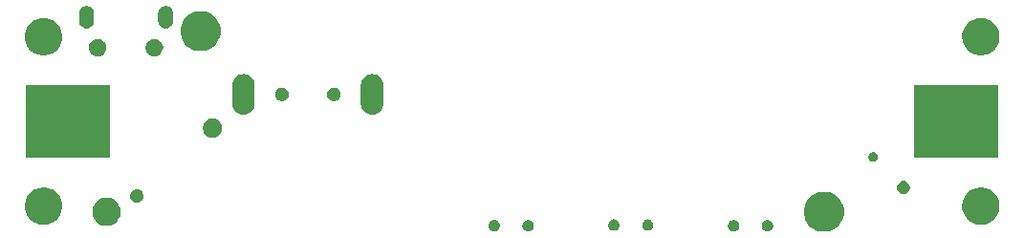
<source format=gbr>
G04 #@! TF.GenerationSoftware,KiCad,Pcbnew,(5.1.5)-3*
G04 #@! TF.CreationDate,2021-06-22T21:37:00+02:00*
G04 #@! TF.ProjectId,18650_UPS_PCB,31383635-305f-4555-9053-5f5043422e6b,rev?*
G04 #@! TF.SameCoordinates,Original*
G04 #@! TF.FileFunction,Soldermask,Bot*
G04 #@! TF.FilePolarity,Negative*
%FSLAX46Y46*%
G04 Gerber Fmt 4.6, Leading zero omitted, Abs format (unit mm)*
G04 Created by KiCad (PCBNEW (5.1.5)-3) date 2021-06-22 21:37:00*
%MOMM*%
%LPD*%
G04 APERTURE LIST*
%ADD10C,0.100000*%
G04 APERTURE END LIST*
D10*
G36*
X193928039Y-91477250D02*
G01*
X194076988Y-91538947D01*
X194251251Y-91611129D01*
X194542134Y-91805491D01*
X194789509Y-92052866D01*
X194983871Y-92343749D01*
X194983871Y-92343750D01*
X195117750Y-92666961D01*
X195186000Y-93010078D01*
X195186000Y-93359922D01*
X195117750Y-93703039D01*
X195045174Y-93878253D01*
X194983871Y-94026251D01*
X194789509Y-94317134D01*
X194542134Y-94564509D01*
X194251251Y-94758871D01*
X194141933Y-94804152D01*
X193928039Y-94892750D01*
X193584922Y-94961000D01*
X193235078Y-94961000D01*
X192891961Y-94892750D01*
X192678067Y-94804152D01*
X192568749Y-94758871D01*
X192277866Y-94564509D01*
X192030491Y-94317134D01*
X191836129Y-94026251D01*
X191774826Y-93878253D01*
X191702250Y-93703039D01*
X191634000Y-93359922D01*
X191634000Y-93010078D01*
X191702250Y-92666961D01*
X191836129Y-92343750D01*
X191836129Y-92343749D01*
X192030491Y-92052866D01*
X192277866Y-91805491D01*
X192568749Y-91611129D01*
X192743012Y-91538947D01*
X192891961Y-91477250D01*
X193235078Y-91409000D01*
X193584922Y-91409000D01*
X193928039Y-91477250D01*
G37*
G36*
X188507740Y-93923626D02*
G01*
X188556136Y-93933253D01*
X188593902Y-93948896D01*
X188647311Y-93971019D01*
X188647312Y-93971020D01*
X188729369Y-94025848D01*
X188799152Y-94095631D01*
X188799153Y-94095633D01*
X188853981Y-94177689D01*
X188868965Y-94213864D01*
X188891747Y-94268864D01*
X188911000Y-94365656D01*
X188911000Y-94464344D01*
X188891747Y-94561136D01*
X188876763Y-94597311D01*
X188853981Y-94652311D01*
X188853980Y-94652312D01*
X188799152Y-94734369D01*
X188729369Y-94804152D01*
X188688062Y-94831752D01*
X188647311Y-94858981D01*
X188593902Y-94881104D01*
X188556136Y-94896747D01*
X188507740Y-94906373D01*
X188459345Y-94916000D01*
X188360655Y-94916000D01*
X188312260Y-94906373D01*
X188263864Y-94896747D01*
X188226098Y-94881104D01*
X188172689Y-94858981D01*
X188131938Y-94831752D01*
X188090631Y-94804152D01*
X188020848Y-94734369D01*
X187966020Y-94652312D01*
X187966019Y-94652311D01*
X187943237Y-94597311D01*
X187928253Y-94561136D01*
X187909000Y-94464344D01*
X187909000Y-94365656D01*
X187928253Y-94268864D01*
X187951035Y-94213864D01*
X187966019Y-94177689D01*
X188020847Y-94095633D01*
X188020848Y-94095631D01*
X188090631Y-94025848D01*
X188172688Y-93971020D01*
X188172689Y-93971019D01*
X188226098Y-93948896D01*
X188263864Y-93933253D01*
X188312260Y-93923627D01*
X188360655Y-93914000D01*
X188459345Y-93914000D01*
X188507740Y-93923626D01*
G37*
G36*
X185507740Y-93923626D02*
G01*
X185556136Y-93933253D01*
X185593902Y-93948896D01*
X185647311Y-93971019D01*
X185647312Y-93971020D01*
X185729369Y-94025848D01*
X185799152Y-94095631D01*
X185799153Y-94095633D01*
X185853981Y-94177689D01*
X185868965Y-94213864D01*
X185891747Y-94268864D01*
X185911000Y-94365656D01*
X185911000Y-94464344D01*
X185891747Y-94561136D01*
X185876763Y-94597311D01*
X185853981Y-94652311D01*
X185853980Y-94652312D01*
X185799152Y-94734369D01*
X185729369Y-94804152D01*
X185688062Y-94831752D01*
X185647311Y-94858981D01*
X185593902Y-94881104D01*
X185556136Y-94896747D01*
X185507740Y-94906373D01*
X185459345Y-94916000D01*
X185360655Y-94916000D01*
X185312260Y-94906373D01*
X185263864Y-94896747D01*
X185226098Y-94881104D01*
X185172689Y-94858981D01*
X185131938Y-94831752D01*
X185090631Y-94804152D01*
X185020848Y-94734369D01*
X184966020Y-94652312D01*
X184966019Y-94652311D01*
X184943237Y-94597311D01*
X184928253Y-94561136D01*
X184909000Y-94464344D01*
X184909000Y-94365656D01*
X184928253Y-94268864D01*
X184951035Y-94213864D01*
X184966019Y-94177689D01*
X185020847Y-94095633D01*
X185020848Y-94095631D01*
X185090631Y-94025848D01*
X185172688Y-93971020D01*
X185172689Y-93971019D01*
X185226098Y-93948896D01*
X185263864Y-93933253D01*
X185312260Y-93923627D01*
X185360655Y-93914000D01*
X185459345Y-93914000D01*
X185507740Y-93923626D01*
G37*
G36*
X164307740Y-93923626D02*
G01*
X164356136Y-93933253D01*
X164393902Y-93948896D01*
X164447311Y-93971019D01*
X164447312Y-93971020D01*
X164529369Y-94025848D01*
X164599152Y-94095631D01*
X164599153Y-94095633D01*
X164653981Y-94177689D01*
X164668965Y-94213864D01*
X164691747Y-94268864D01*
X164711000Y-94365656D01*
X164711000Y-94464344D01*
X164691747Y-94561136D01*
X164676763Y-94597311D01*
X164653981Y-94652311D01*
X164653980Y-94652312D01*
X164599152Y-94734369D01*
X164529369Y-94804152D01*
X164488062Y-94831752D01*
X164447311Y-94858981D01*
X164393902Y-94881104D01*
X164356136Y-94896747D01*
X164307740Y-94906373D01*
X164259345Y-94916000D01*
X164160655Y-94916000D01*
X164112260Y-94906373D01*
X164063864Y-94896747D01*
X164026098Y-94881104D01*
X163972689Y-94858981D01*
X163931938Y-94831752D01*
X163890631Y-94804152D01*
X163820848Y-94734369D01*
X163766020Y-94652312D01*
X163766019Y-94652311D01*
X163743237Y-94597311D01*
X163728253Y-94561136D01*
X163709000Y-94464344D01*
X163709000Y-94365656D01*
X163728253Y-94268864D01*
X163751035Y-94213864D01*
X163766019Y-94177689D01*
X163820847Y-94095633D01*
X163820848Y-94095631D01*
X163890631Y-94025848D01*
X163972688Y-93971020D01*
X163972689Y-93971019D01*
X164026098Y-93948896D01*
X164063864Y-93933253D01*
X164112260Y-93923627D01*
X164160655Y-93914000D01*
X164259345Y-93914000D01*
X164307740Y-93923626D01*
G37*
G36*
X167307740Y-93923626D02*
G01*
X167356136Y-93933253D01*
X167393902Y-93948896D01*
X167447311Y-93971019D01*
X167447312Y-93971020D01*
X167529369Y-94025848D01*
X167599152Y-94095631D01*
X167599153Y-94095633D01*
X167653981Y-94177689D01*
X167668965Y-94213864D01*
X167691747Y-94268864D01*
X167711000Y-94365656D01*
X167711000Y-94464344D01*
X167691747Y-94561136D01*
X167676763Y-94597311D01*
X167653981Y-94652311D01*
X167653980Y-94652312D01*
X167599152Y-94734369D01*
X167529369Y-94804152D01*
X167488062Y-94831752D01*
X167447311Y-94858981D01*
X167393902Y-94881104D01*
X167356136Y-94896747D01*
X167307740Y-94906373D01*
X167259345Y-94916000D01*
X167160655Y-94916000D01*
X167112260Y-94906373D01*
X167063864Y-94896747D01*
X167026098Y-94881104D01*
X166972689Y-94858981D01*
X166931938Y-94831752D01*
X166890631Y-94804152D01*
X166820848Y-94734369D01*
X166766020Y-94652312D01*
X166766019Y-94652311D01*
X166743237Y-94597311D01*
X166728253Y-94561136D01*
X166709000Y-94464344D01*
X166709000Y-94365656D01*
X166728253Y-94268864D01*
X166751035Y-94213864D01*
X166766019Y-94177689D01*
X166820847Y-94095633D01*
X166820848Y-94095631D01*
X166890631Y-94025848D01*
X166972688Y-93971020D01*
X166972689Y-93971019D01*
X167026098Y-93948896D01*
X167063864Y-93933253D01*
X167112260Y-93923627D01*
X167160655Y-93914000D01*
X167259345Y-93914000D01*
X167307740Y-93923626D01*
G37*
G36*
X174907740Y-93868626D02*
G01*
X174956136Y-93878253D01*
X174993902Y-93893896D01*
X175047311Y-93916019D01*
X175088062Y-93943248D01*
X175129369Y-93970848D01*
X175199152Y-94040631D01*
X175199153Y-94040633D01*
X175253981Y-94122689D01*
X175291747Y-94213865D01*
X175311000Y-94310655D01*
X175311000Y-94409345D01*
X175291747Y-94506135D01*
X175253981Y-94597311D01*
X175253980Y-94597312D01*
X175199152Y-94679369D01*
X175129369Y-94749152D01*
X175114823Y-94758871D01*
X175047311Y-94803981D01*
X174993902Y-94826104D01*
X174956136Y-94841747D01*
X174907740Y-94851374D01*
X174859345Y-94861000D01*
X174760655Y-94861000D01*
X174712260Y-94851374D01*
X174663864Y-94841747D01*
X174626098Y-94826104D01*
X174572689Y-94803981D01*
X174505177Y-94758871D01*
X174490631Y-94749152D01*
X174420848Y-94679369D01*
X174366020Y-94597312D01*
X174366019Y-94597311D01*
X174328253Y-94506135D01*
X174309000Y-94409345D01*
X174309000Y-94310655D01*
X174328253Y-94213865D01*
X174366019Y-94122689D01*
X174420847Y-94040633D01*
X174420848Y-94040631D01*
X174490631Y-93970848D01*
X174531938Y-93943248D01*
X174572689Y-93916019D01*
X174626098Y-93893896D01*
X174663864Y-93878253D01*
X174712260Y-93868627D01*
X174760655Y-93859000D01*
X174859345Y-93859000D01*
X174907740Y-93868626D01*
G37*
G36*
X177907740Y-93868626D02*
G01*
X177956136Y-93878253D01*
X177993902Y-93893896D01*
X178047311Y-93916019D01*
X178088062Y-93943248D01*
X178129369Y-93970848D01*
X178199152Y-94040631D01*
X178199153Y-94040633D01*
X178253981Y-94122689D01*
X178291747Y-94213865D01*
X178311000Y-94310655D01*
X178311000Y-94409345D01*
X178291747Y-94506135D01*
X178253981Y-94597311D01*
X178253980Y-94597312D01*
X178199152Y-94679369D01*
X178129369Y-94749152D01*
X178114823Y-94758871D01*
X178047311Y-94803981D01*
X177993902Y-94826104D01*
X177956136Y-94841747D01*
X177907740Y-94851374D01*
X177859345Y-94861000D01*
X177760655Y-94861000D01*
X177712260Y-94851374D01*
X177663864Y-94841747D01*
X177626098Y-94826104D01*
X177572689Y-94803981D01*
X177505177Y-94758871D01*
X177490631Y-94749152D01*
X177420848Y-94679369D01*
X177366020Y-94597312D01*
X177366019Y-94597311D01*
X177328253Y-94506135D01*
X177309000Y-94409345D01*
X177309000Y-94310655D01*
X177328253Y-94213865D01*
X177366019Y-94122689D01*
X177420847Y-94040633D01*
X177420848Y-94040631D01*
X177490631Y-93970848D01*
X177531938Y-93943248D01*
X177572689Y-93916019D01*
X177626098Y-93893896D01*
X177663864Y-93878253D01*
X177712260Y-93868627D01*
X177760655Y-93859000D01*
X177859345Y-93859000D01*
X177907740Y-93868626D01*
G37*
G36*
X130243444Y-91986882D02*
G01*
X130470201Y-92080808D01*
X130470202Y-92080809D01*
X130674279Y-92217168D01*
X130847832Y-92390721D01*
X130938944Y-92527081D01*
X130984192Y-92594799D01*
X131078118Y-92821556D01*
X131126000Y-93062278D01*
X131126000Y-93307722D01*
X131078118Y-93548444D01*
X130984192Y-93775201D01*
X130984191Y-93775202D01*
X130847832Y-93979279D01*
X130674279Y-94152832D01*
X130582936Y-94213865D01*
X130470201Y-94289192D01*
X130243444Y-94383118D01*
X130002722Y-94431000D01*
X129757278Y-94431000D01*
X129516556Y-94383118D01*
X129289799Y-94289192D01*
X129177064Y-94213865D01*
X129085721Y-94152832D01*
X128912168Y-93979279D01*
X128775809Y-93775202D01*
X128775808Y-93775201D01*
X128681882Y-93548444D01*
X128634000Y-93307722D01*
X128634000Y-93062278D01*
X128681882Y-92821556D01*
X128775808Y-92594799D01*
X128821056Y-92527081D01*
X128912168Y-92390721D01*
X129085721Y-92217168D01*
X129289798Y-92080809D01*
X129289799Y-92080808D01*
X129516556Y-91986882D01*
X129757278Y-91939000D01*
X130002722Y-91939000D01*
X130243444Y-91986882D01*
G37*
G36*
X207685256Y-91076298D02*
G01*
X207791579Y-91097447D01*
X208000536Y-91184000D01*
X208030753Y-91196516D01*
X208092042Y-91221903D01*
X208362451Y-91402585D01*
X208592415Y-91632549D01*
X208773097Y-91902958D01*
X208897553Y-92203421D01*
X208918702Y-92309744D01*
X208934810Y-92390722D01*
X208961000Y-92522391D01*
X208961000Y-92847609D01*
X208897553Y-93166579D01*
X208773097Y-93467042D01*
X208592415Y-93737451D01*
X208362451Y-93967415D01*
X208092042Y-94148097D01*
X207791579Y-94272553D01*
X207707934Y-94289191D01*
X207472611Y-94336000D01*
X207147389Y-94336000D01*
X206912066Y-94289191D01*
X206828421Y-94272553D01*
X206527958Y-94148097D01*
X206257549Y-93967415D01*
X206027585Y-93737451D01*
X205846903Y-93467042D01*
X205722447Y-93166579D01*
X205659000Y-92847609D01*
X205659000Y-92522391D01*
X205685191Y-92390722D01*
X205701298Y-92309744D01*
X205722447Y-92203421D01*
X205846903Y-91902958D01*
X206027585Y-91632549D01*
X206257549Y-91402585D01*
X206527958Y-91221903D01*
X206589248Y-91196516D01*
X206619464Y-91184000D01*
X206828421Y-91097447D01*
X206934744Y-91076298D01*
X207147389Y-91034000D01*
X207472611Y-91034000D01*
X207685256Y-91076298D01*
G37*
G36*
X124685256Y-91076298D02*
G01*
X124791579Y-91097447D01*
X125000536Y-91184000D01*
X125030753Y-91196516D01*
X125092042Y-91221903D01*
X125362451Y-91402585D01*
X125592415Y-91632549D01*
X125773097Y-91902958D01*
X125897553Y-92203421D01*
X125918702Y-92309744D01*
X125934810Y-92390722D01*
X125961000Y-92522391D01*
X125961000Y-92847609D01*
X125897553Y-93166579D01*
X125773097Y-93467042D01*
X125592415Y-93737451D01*
X125362451Y-93967415D01*
X125092042Y-94148097D01*
X124791579Y-94272553D01*
X124707934Y-94289191D01*
X124472611Y-94336000D01*
X124147389Y-94336000D01*
X123912066Y-94289191D01*
X123828421Y-94272553D01*
X123527958Y-94148097D01*
X123257549Y-93967415D01*
X123027585Y-93737451D01*
X122846903Y-93467042D01*
X122722447Y-93166579D01*
X122659000Y-92847609D01*
X122659000Y-92522391D01*
X122685191Y-92390722D01*
X122701298Y-92309744D01*
X122722447Y-92203421D01*
X122846903Y-91902958D01*
X123027585Y-91632549D01*
X123257549Y-91402585D01*
X123527958Y-91221903D01*
X123589248Y-91196516D01*
X123619464Y-91184000D01*
X123828421Y-91097447D01*
X123934744Y-91076298D01*
X124147389Y-91034000D01*
X124472611Y-91034000D01*
X124685256Y-91076298D01*
G37*
G36*
X132696601Y-91199397D02*
G01*
X132735305Y-91207096D01*
X132767340Y-91220365D01*
X132844680Y-91252400D01*
X132943115Y-91318173D01*
X133026827Y-91401885D01*
X133092600Y-91500320D01*
X133137904Y-91609696D01*
X133161000Y-91725805D01*
X133161000Y-91844195D01*
X133137904Y-91960304D01*
X133092600Y-92069680D01*
X133026827Y-92168115D01*
X132943115Y-92251827D01*
X132844680Y-92317600D01*
X132767340Y-92349635D01*
X132735305Y-92362904D01*
X132696601Y-92370603D01*
X132619195Y-92386000D01*
X132500805Y-92386000D01*
X132423399Y-92370603D01*
X132384695Y-92362904D01*
X132352660Y-92349635D01*
X132275320Y-92317600D01*
X132176885Y-92251827D01*
X132093173Y-92168115D01*
X132027400Y-92069680D01*
X131982096Y-91960304D01*
X131959000Y-91844195D01*
X131959000Y-91725805D01*
X131982096Y-91609696D01*
X132027400Y-91500320D01*
X132093173Y-91401885D01*
X132176885Y-91318173D01*
X132275320Y-91252400D01*
X132352660Y-91220365D01*
X132384695Y-91207096D01*
X132423399Y-91199397D01*
X132500805Y-91184000D01*
X132619195Y-91184000D01*
X132696601Y-91199397D01*
G37*
G36*
X200565875Y-90463570D02*
G01*
X200621516Y-90474638D01*
X200726341Y-90518058D01*
X200726343Y-90518059D01*
X200820679Y-90581092D01*
X200900914Y-90661327D01*
X200963947Y-90755663D01*
X200963948Y-90755665D01*
X201007368Y-90860490D01*
X201029503Y-90971772D01*
X201029503Y-91085234D01*
X201007368Y-91196516D01*
X200963948Y-91301341D01*
X200963947Y-91301343D01*
X200900914Y-91395679D01*
X200820679Y-91475914D01*
X200726343Y-91538947D01*
X200726342Y-91538948D01*
X200726341Y-91538948D01*
X200621516Y-91582368D01*
X200565875Y-91593435D01*
X200510235Y-91604503D01*
X200396771Y-91604503D01*
X200341131Y-91593436D01*
X200285490Y-91582368D01*
X200180665Y-91538948D01*
X200180664Y-91538948D01*
X200180663Y-91538947D01*
X200086327Y-91475914D01*
X200006092Y-91395679D01*
X199943059Y-91301343D01*
X199943058Y-91301341D01*
X199899638Y-91196516D01*
X199877503Y-91085234D01*
X199877503Y-90971772D01*
X199899638Y-90860490D01*
X199943058Y-90755665D01*
X199943059Y-90755663D01*
X200006092Y-90661327D01*
X200086327Y-90581092D01*
X200180663Y-90518059D01*
X200180665Y-90518058D01*
X200285490Y-90474638D01*
X200341131Y-90463570D01*
X200396771Y-90452503D01*
X200510235Y-90452503D01*
X200565875Y-90463570D01*
G37*
G36*
X197890757Y-87931868D02*
G01*
X197924568Y-87945873D01*
X197968281Y-87963979D01*
X197968284Y-87963981D01*
X198038056Y-88010601D01*
X198097393Y-88069938D01*
X198097394Y-88069940D01*
X198144015Y-88139713D01*
X198162121Y-88183426D01*
X198176126Y-88217237D01*
X198192497Y-88299540D01*
X198192497Y-88383454D01*
X198176126Y-88465757D01*
X198162121Y-88499568D01*
X198144015Y-88543281D01*
X198144013Y-88543284D01*
X198097393Y-88613056D01*
X198038056Y-88672393D01*
X197968284Y-88719013D01*
X197968281Y-88719015D01*
X197924568Y-88737121D01*
X197890757Y-88751126D01*
X197808454Y-88767497D01*
X197724540Y-88767497D01*
X197642237Y-88751126D01*
X197608426Y-88737121D01*
X197564713Y-88719015D01*
X197564710Y-88719013D01*
X197494938Y-88672393D01*
X197435601Y-88613056D01*
X197388981Y-88543284D01*
X197388979Y-88543281D01*
X197370873Y-88499568D01*
X197356868Y-88465757D01*
X197340497Y-88383454D01*
X197340497Y-88299540D01*
X197356868Y-88217237D01*
X197370873Y-88183426D01*
X197388979Y-88139713D01*
X197435600Y-88069940D01*
X197435601Y-88069938D01*
X197494938Y-88010601D01*
X197564710Y-87963981D01*
X197564713Y-87963979D01*
X197608426Y-87945873D01*
X197642237Y-87931868D01*
X197724540Y-87915497D01*
X197808454Y-87915497D01*
X197890757Y-87931868D01*
G37*
G36*
X130201000Y-88411000D02*
G01*
X122759000Y-88411000D01*
X122759000Y-81959000D01*
X130201000Y-81959000D01*
X130201000Y-88411000D01*
G37*
G36*
X208861000Y-88411000D02*
G01*
X201419000Y-88411000D01*
X201419000Y-81959000D01*
X208861000Y-81959000D01*
X208861000Y-88411000D01*
G37*
G36*
X139508228Y-84966703D02*
G01*
X139663100Y-85030853D01*
X139802481Y-85123985D01*
X139921015Y-85242519D01*
X140014147Y-85381900D01*
X140078297Y-85536772D01*
X140111000Y-85701184D01*
X140111000Y-85868816D01*
X140078297Y-86033228D01*
X140014147Y-86188100D01*
X139921015Y-86327481D01*
X139802481Y-86446015D01*
X139663100Y-86539147D01*
X139508228Y-86603297D01*
X139343816Y-86636000D01*
X139176184Y-86636000D01*
X139011772Y-86603297D01*
X138856900Y-86539147D01*
X138717519Y-86446015D01*
X138598985Y-86327481D01*
X138505853Y-86188100D01*
X138441703Y-86033228D01*
X138409000Y-85868816D01*
X138409000Y-85701184D01*
X138441703Y-85536772D01*
X138505853Y-85381900D01*
X138598985Y-85242519D01*
X138717519Y-85123985D01*
X138856900Y-85030853D01*
X139011772Y-84966703D01*
X139176184Y-84934000D01*
X139343816Y-84934000D01*
X139508228Y-84966703D01*
G37*
G36*
X142206227Y-80998483D02*
G01*
X142394921Y-81055723D01*
X142568815Y-81148671D01*
X142721239Y-81273761D01*
X142846329Y-81426185D01*
X142939277Y-81600078D01*
X142996517Y-81788772D01*
X143011000Y-81935825D01*
X143011000Y-83634175D01*
X142996517Y-83781228D01*
X142939277Y-83969922D01*
X142846329Y-84143815D01*
X142721239Y-84296239D01*
X142568815Y-84421329D01*
X142394922Y-84514277D01*
X142206228Y-84571517D01*
X142010000Y-84590843D01*
X141813773Y-84571517D01*
X141625079Y-84514277D01*
X141451186Y-84421329D01*
X141298762Y-84296239D01*
X141173672Y-84143815D01*
X141080722Y-83969919D01*
X141023483Y-83781231D01*
X141009000Y-83634175D01*
X141009000Y-81935826D01*
X141023483Y-81788773D01*
X141080723Y-81600079D01*
X141173671Y-81426185D01*
X141298761Y-81273761D01*
X141451185Y-81148671D01*
X141625078Y-81055723D01*
X141813772Y-80998483D01*
X142010000Y-80979157D01*
X142206227Y-80998483D01*
G37*
G36*
X153606227Y-80998483D02*
G01*
X153794921Y-81055723D01*
X153968815Y-81148671D01*
X154121239Y-81273761D01*
X154246329Y-81426185D01*
X154339277Y-81600078D01*
X154396517Y-81788772D01*
X154411000Y-81935825D01*
X154411000Y-83634175D01*
X154396517Y-83781228D01*
X154339277Y-83969922D01*
X154246329Y-84143815D01*
X154121239Y-84296239D01*
X153968815Y-84421329D01*
X153794922Y-84514277D01*
X153606228Y-84571517D01*
X153410000Y-84590843D01*
X153213773Y-84571517D01*
X153025079Y-84514277D01*
X152851186Y-84421329D01*
X152698762Y-84296239D01*
X152573672Y-84143815D01*
X152480722Y-83969919D01*
X152423483Y-83781231D01*
X152409000Y-83634175D01*
X152409000Y-81935826D01*
X152423483Y-81788773D01*
X152480723Y-81600079D01*
X152573671Y-81426185D01*
X152698761Y-81273761D01*
X152851185Y-81148671D01*
X153025078Y-81055723D01*
X153213772Y-80998483D01*
X153410000Y-80979157D01*
X153606227Y-80998483D01*
G37*
G36*
X150146601Y-82199397D02*
G01*
X150185305Y-82207096D01*
X150217340Y-82220365D01*
X150294680Y-82252400D01*
X150393115Y-82318173D01*
X150476827Y-82401885D01*
X150542600Y-82500320D01*
X150587904Y-82609696D01*
X150611000Y-82725805D01*
X150611000Y-82844195D01*
X150587904Y-82960304D01*
X150542600Y-83069680D01*
X150476827Y-83168115D01*
X150393115Y-83251827D01*
X150294680Y-83317600D01*
X150217340Y-83349635D01*
X150185305Y-83362904D01*
X150146601Y-83370603D01*
X150069195Y-83386000D01*
X149950805Y-83386000D01*
X149873399Y-83370603D01*
X149834695Y-83362904D01*
X149802660Y-83349635D01*
X149725320Y-83317600D01*
X149626885Y-83251827D01*
X149543173Y-83168115D01*
X149477400Y-83069680D01*
X149432096Y-82960304D01*
X149409000Y-82844195D01*
X149409000Y-82725805D01*
X149432096Y-82609696D01*
X149477400Y-82500320D01*
X149543173Y-82401885D01*
X149626885Y-82318173D01*
X149725320Y-82252400D01*
X149802660Y-82220365D01*
X149834695Y-82207096D01*
X149873399Y-82199397D01*
X149950805Y-82184000D01*
X150069195Y-82184000D01*
X150146601Y-82199397D01*
G37*
G36*
X145546601Y-82199397D02*
G01*
X145585305Y-82207096D01*
X145617340Y-82220365D01*
X145694680Y-82252400D01*
X145793115Y-82318173D01*
X145876827Y-82401885D01*
X145942600Y-82500320D01*
X145987904Y-82609696D01*
X146011000Y-82725805D01*
X146011000Y-82844195D01*
X145987904Y-82960304D01*
X145942600Y-83069680D01*
X145876827Y-83168115D01*
X145793115Y-83251827D01*
X145694680Y-83317600D01*
X145617340Y-83349635D01*
X145585305Y-83362904D01*
X145546601Y-83370603D01*
X145469195Y-83386000D01*
X145350805Y-83386000D01*
X145273399Y-83370603D01*
X145234695Y-83362904D01*
X145202660Y-83349635D01*
X145125320Y-83317600D01*
X145026885Y-83251827D01*
X144943173Y-83168115D01*
X144877400Y-83069680D01*
X144832096Y-82960304D01*
X144809000Y-82844195D01*
X144809000Y-82725805D01*
X144832096Y-82609696D01*
X144877400Y-82500320D01*
X144943173Y-82401885D01*
X145026885Y-82318173D01*
X145125320Y-82252400D01*
X145202660Y-82220365D01*
X145234695Y-82207096D01*
X145273399Y-82199397D01*
X145350805Y-82184000D01*
X145469195Y-82184000D01*
X145546601Y-82199397D01*
G37*
G36*
X134336348Y-77901320D02*
G01*
X134336350Y-77901321D01*
X134336351Y-77901321D01*
X134477574Y-77959817D01*
X134477577Y-77959819D01*
X134604669Y-78044739D01*
X134712761Y-78152831D01*
X134721946Y-78166578D01*
X134797683Y-78279926D01*
X134856179Y-78421149D01*
X134856180Y-78421152D01*
X134886000Y-78571069D01*
X134886000Y-78723931D01*
X134883311Y-78737451D01*
X134856179Y-78873851D01*
X134797683Y-79015074D01*
X134797681Y-79015077D01*
X134712761Y-79142169D01*
X134604669Y-79250261D01*
X134477577Y-79335181D01*
X134477574Y-79335183D01*
X134336351Y-79393679D01*
X134336350Y-79393679D01*
X134336348Y-79393680D01*
X134186431Y-79423500D01*
X134033569Y-79423500D01*
X133883652Y-79393680D01*
X133883650Y-79393679D01*
X133883649Y-79393679D01*
X133742426Y-79335183D01*
X133742423Y-79335181D01*
X133615331Y-79250261D01*
X133507239Y-79142169D01*
X133422319Y-79015077D01*
X133422317Y-79015074D01*
X133363821Y-78873851D01*
X133336690Y-78737451D01*
X133334000Y-78723931D01*
X133334000Y-78571069D01*
X133363820Y-78421152D01*
X133363821Y-78421149D01*
X133422317Y-78279926D01*
X133498054Y-78166578D01*
X133507239Y-78152831D01*
X133615331Y-78044739D01*
X133742423Y-77959819D01*
X133742426Y-77959817D01*
X133883649Y-77901321D01*
X133883650Y-77901321D01*
X133883652Y-77901320D01*
X134033569Y-77871500D01*
X134186431Y-77871500D01*
X134336348Y-77901320D01*
G37*
G36*
X129336348Y-77901320D02*
G01*
X129336350Y-77901321D01*
X129336351Y-77901321D01*
X129477574Y-77959817D01*
X129477577Y-77959819D01*
X129604669Y-78044739D01*
X129712761Y-78152831D01*
X129721946Y-78166578D01*
X129797683Y-78279926D01*
X129856179Y-78421149D01*
X129856180Y-78421152D01*
X129886000Y-78571069D01*
X129886000Y-78723931D01*
X129883311Y-78737451D01*
X129856179Y-78873851D01*
X129797683Y-79015074D01*
X129797681Y-79015077D01*
X129712761Y-79142169D01*
X129604669Y-79250261D01*
X129477577Y-79335181D01*
X129477574Y-79335183D01*
X129336351Y-79393679D01*
X129336350Y-79393679D01*
X129336348Y-79393680D01*
X129186431Y-79423500D01*
X129033569Y-79423500D01*
X128883652Y-79393680D01*
X128883650Y-79393679D01*
X128883649Y-79393679D01*
X128742426Y-79335183D01*
X128742423Y-79335181D01*
X128615331Y-79250261D01*
X128507239Y-79142169D01*
X128422319Y-79015077D01*
X128422317Y-79015074D01*
X128363821Y-78873851D01*
X128336690Y-78737451D01*
X128334000Y-78723931D01*
X128334000Y-78571069D01*
X128363820Y-78421152D01*
X128363821Y-78421149D01*
X128422317Y-78279926D01*
X128498054Y-78166578D01*
X128507239Y-78152831D01*
X128615331Y-78044739D01*
X128742423Y-77959819D01*
X128742426Y-77959817D01*
X128883649Y-77901321D01*
X128883650Y-77901321D01*
X128883652Y-77901320D01*
X129033569Y-77871500D01*
X129186431Y-77871500D01*
X129336348Y-77901320D01*
G37*
G36*
X124685256Y-76076298D02*
G01*
X124791579Y-76097447D01*
X125092042Y-76221903D01*
X125362451Y-76402585D01*
X125592415Y-76632549D01*
X125677611Y-76760054D01*
X125773098Y-76902960D01*
X125897553Y-77203422D01*
X125961000Y-77522389D01*
X125961000Y-77847611D01*
X125938680Y-77959819D01*
X125897553Y-78166579D01*
X125773097Y-78467042D01*
X125592415Y-78737451D01*
X125362451Y-78967415D01*
X125092042Y-79148097D01*
X124791579Y-79272553D01*
X124685256Y-79293702D01*
X124472611Y-79336000D01*
X124147389Y-79336000D01*
X123934744Y-79293702D01*
X123828421Y-79272553D01*
X123527958Y-79148097D01*
X123257549Y-78967415D01*
X123027585Y-78737451D01*
X122846903Y-78467042D01*
X122722447Y-78166579D01*
X122681320Y-77959819D01*
X122659000Y-77847611D01*
X122659000Y-77522389D01*
X122722447Y-77203422D01*
X122846902Y-76902960D01*
X122942389Y-76760054D01*
X123027585Y-76632549D01*
X123257549Y-76402585D01*
X123527958Y-76221903D01*
X123828421Y-76097447D01*
X123934744Y-76076298D01*
X124147389Y-76034000D01*
X124472611Y-76034000D01*
X124685256Y-76076298D01*
G37*
G36*
X207685256Y-76076298D02*
G01*
X207791579Y-76097447D01*
X208092042Y-76221903D01*
X208362451Y-76402585D01*
X208592415Y-76632549D01*
X208677611Y-76760054D01*
X208773098Y-76902960D01*
X208897553Y-77203422D01*
X208961000Y-77522389D01*
X208961000Y-77847611D01*
X208938680Y-77959819D01*
X208897553Y-78166579D01*
X208773097Y-78467042D01*
X208592415Y-78737451D01*
X208362451Y-78967415D01*
X208092042Y-79148097D01*
X207791579Y-79272553D01*
X207685256Y-79293702D01*
X207472611Y-79336000D01*
X207147389Y-79336000D01*
X206934744Y-79293702D01*
X206828421Y-79272553D01*
X206527958Y-79148097D01*
X206257549Y-78967415D01*
X206027585Y-78737451D01*
X205846903Y-78467042D01*
X205722447Y-78166579D01*
X205681320Y-77959819D01*
X205659000Y-77847611D01*
X205659000Y-77522389D01*
X205722447Y-77203422D01*
X205846902Y-76902960D01*
X205942389Y-76760054D01*
X206027585Y-76632549D01*
X206257549Y-76402585D01*
X206527958Y-76221903D01*
X206828421Y-76097447D01*
X206934744Y-76076298D01*
X207147389Y-76034000D01*
X207472611Y-76034000D01*
X207685256Y-76076298D01*
G37*
G36*
X138728039Y-75477250D02*
G01*
X138917372Y-75555675D01*
X139051251Y-75611129D01*
X139342134Y-75805491D01*
X139589509Y-76052866D01*
X139783871Y-76343749D01*
X139817575Y-76425118D01*
X139917750Y-76666961D01*
X139986000Y-77010078D01*
X139986000Y-77359922D01*
X139917750Y-77703039D01*
X139857867Y-77847609D01*
X139783871Y-78026251D01*
X139589509Y-78317134D01*
X139342134Y-78564509D01*
X139051251Y-78758871D01*
X138917372Y-78814325D01*
X138728039Y-78892750D01*
X138384922Y-78961000D01*
X138035078Y-78961000D01*
X137691961Y-78892750D01*
X137502628Y-78814325D01*
X137368749Y-78758871D01*
X137077866Y-78564509D01*
X136830491Y-78317134D01*
X136636129Y-78026251D01*
X136562133Y-77847609D01*
X136502250Y-77703039D01*
X136434000Y-77359922D01*
X136434000Y-77010078D01*
X136502250Y-76666961D01*
X136602425Y-76425118D01*
X136636129Y-76343749D01*
X136830491Y-76052866D01*
X137077866Y-75805491D01*
X137368749Y-75611129D01*
X137502628Y-75555675D01*
X137691961Y-75477250D01*
X138035078Y-75409000D01*
X138384922Y-75409000D01*
X138728039Y-75477250D01*
G37*
G36*
X135237617Y-74955920D02*
G01*
X135328403Y-74983460D01*
X135360335Y-74993146D01*
X135473424Y-75053594D01*
X135572554Y-75134947D01*
X135653906Y-75234075D01*
X135714354Y-75347164D01*
X135724040Y-75379096D01*
X135751580Y-75469882D01*
X135761000Y-75565527D01*
X135761000Y-76329473D01*
X135751580Y-76425118D01*
X135724040Y-76515904D01*
X135714354Y-76547836D01*
X135653906Y-76660925D01*
X135572554Y-76760054D01*
X135473425Y-76841406D01*
X135360336Y-76901854D01*
X135328404Y-76911540D01*
X135237618Y-76939080D01*
X135110000Y-76951649D01*
X134982383Y-76939080D01*
X134891597Y-76911540D01*
X134859665Y-76901854D01*
X134746576Y-76841406D01*
X134647447Y-76760054D01*
X134566095Y-76660925D01*
X134505648Y-76547837D01*
X134505645Y-76547832D01*
X134468420Y-76425118D01*
X134459000Y-76329473D01*
X134459000Y-75565528D01*
X134468420Y-75469883D01*
X134505645Y-75347169D01*
X134505646Y-75347165D01*
X134566094Y-75234076D01*
X134647447Y-75134946D01*
X134746575Y-75053594D01*
X134859664Y-74993146D01*
X134891596Y-74983460D01*
X134982382Y-74955920D01*
X135110000Y-74943351D01*
X135237617Y-74955920D01*
G37*
G36*
X128237618Y-74955920D02*
G01*
X128328404Y-74983460D01*
X128360336Y-74993146D01*
X128473425Y-75053594D01*
X128572554Y-75134946D01*
X128653906Y-75234075D01*
X128714354Y-75347164D01*
X128724040Y-75379096D01*
X128751580Y-75469882D01*
X128761000Y-75565527D01*
X128761000Y-76329473D01*
X128751580Y-76425118D01*
X128724040Y-76515904D01*
X128714354Y-76547836D01*
X128653906Y-76660925D01*
X128572554Y-76760053D01*
X128473424Y-76841406D01*
X128360335Y-76901854D01*
X128328403Y-76911540D01*
X128237617Y-76939080D01*
X128110000Y-76951649D01*
X127982382Y-76939080D01*
X127891596Y-76911540D01*
X127859664Y-76901854D01*
X127746575Y-76841406D01*
X127647447Y-76760054D01*
X127566094Y-76660924D01*
X127505646Y-76547835D01*
X127495960Y-76515903D01*
X127468420Y-76425117D01*
X127459000Y-76329472D01*
X127459000Y-75565527D01*
X127468420Y-75469882D01*
X127505645Y-75347168D01*
X127530608Y-75300466D01*
X127566095Y-75234075D01*
X127647447Y-75134946D01*
X127746576Y-75053594D01*
X127859665Y-74993146D01*
X127891597Y-74983460D01*
X127982383Y-74955920D01*
X128110000Y-74943351D01*
X128237618Y-74955920D01*
G37*
M02*

</source>
